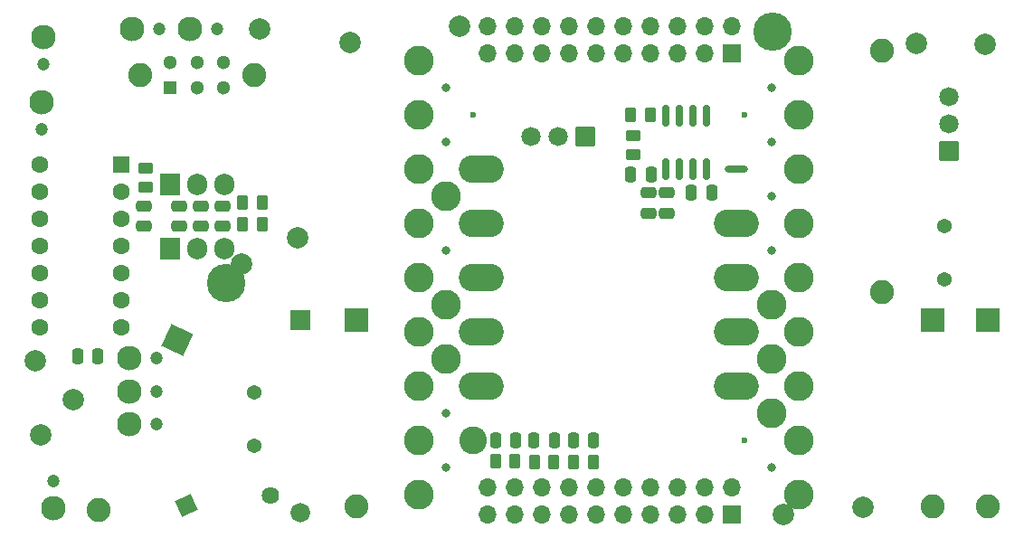
<source format=gbs>
%TF.GenerationSoftware,KiCad,Pcbnew,9.0.7*%
%TF.CreationDate,2026-02-20T12:59:29-06:00*%
%TF.ProjectId,Lab2_starter,4c616232-5f73-4746-9172-7465722e6b69,rev?*%
%TF.SameCoordinates,Original*%
%TF.FileFunction,Soldermask,Bot*%
%TF.FilePolarity,Negative*%
%FSLAX46Y46*%
G04 Gerber Fmt 4.6, Leading zero omitted, Abs format (unit mm)*
G04 Created by KiCad (PCBNEW 9.0.7) date 2026-02-20 12:59:29*
%MOMM*%
%LPD*%
G01*
G04 APERTURE LIST*
G04 Aperture macros list*
%AMRoundRect*
0 Rectangle with rounded corners*
0 $1 Rounding radius*
0 $2 $3 $4 $5 $6 $7 $8 $9 X,Y pos of 4 corners*
0 Add a 4 corners polygon primitive as box body*
4,1,4,$2,$3,$4,$5,$6,$7,$8,$9,$2,$3,0*
0 Add four circle primitives for the rounded corners*
1,1,$1+$1,$2,$3*
1,1,$1+$1,$4,$5*
1,1,$1+$1,$6,$7*
1,1,$1+$1,$8,$9*
0 Add four rect primitives between the rounded corners*
20,1,$1+$1,$2,$3,$4,$5,0*
20,1,$1+$1,$4,$5,$6,$7,0*
20,1,$1+$1,$6,$7,$8,$9,0*
20,1,$1+$1,$8,$9,$2,$3,0*%
%AMRotRect*
0 Rectangle, with rotation*
0 The origin of the aperture is its center*
0 $1 length*
0 $2 width*
0 $3 Rotation angle, in degrees counterclockwise*
0 Add horizontal line*
21,1,$1,$2,0,0,$3*%
G04 Aperture macros list end*
%ADD10R,1.700000X1.700000*%
%ADD11O,1.700000X1.700000*%
%ADD12C,2.300000*%
%ADD13C,1.200000*%
%ADD14C,3.600000*%
%ADD15RotRect,1.625600X1.625600X25.000000*%
%ADD16C,1.625600*%
%ADD17R,1.828800X1.828800*%
%ADD18C,1.828800*%
%ADD19R,1.905000X2.000000*%
%ADD20O,1.905000X2.000000*%
%ADD21R,2.250000X2.250000*%
%ADD22C,2.250000*%
%ADD23C,2.000000*%
%ADD24C,2.800000*%
%ADD25C,0.800000*%
%ADD26C,2.600000*%
%ADD27C,0.600000*%
%ADD28O,4.200000X2.600000*%
%ADD29O,2.200000X0.600000*%
%ADD30RoundRect,0.102000X0.802500X-0.802500X0.802500X0.802500X-0.802500X0.802500X-0.802500X-0.802500X0*%
%ADD31C,1.809000*%
%ADD32R,1.300000X1.300000*%
%ADD33C,1.300000*%
%ADD34C,1.371600*%
%ADD35RoundRect,0.250000X-0.450000X0.262500X-0.450000X-0.262500X0.450000X-0.262500X0.450000X0.262500X0*%
%ADD36RoundRect,0.250000X0.250000X0.475000X-0.250000X0.475000X-0.250000X-0.475000X0.250000X-0.475000X0*%
%ADD37RoundRect,0.250000X0.475000X-0.250000X0.475000X0.250000X-0.475000X0.250000X-0.475000X-0.250000X0*%
%ADD38RoundRect,0.250000X0.550000X0.550000X-0.550000X0.550000X-0.550000X-0.550000X0.550000X-0.550000X0*%
%ADD39C,1.600000*%
%ADD40RoundRect,0.250000X-0.262500X-0.450000X0.262500X-0.450000X0.262500X0.450000X-0.262500X0.450000X0*%
%ADD41RotRect,2.250000X2.250000X245.000000*%
%ADD42RoundRect,0.250000X-0.250000X-0.475000X0.250000X-0.475000X0.250000X0.475000X-0.250000X0.475000X0*%
%ADD43RoundRect,0.250000X0.262500X0.450000X-0.262500X0.450000X-0.262500X-0.450000X0.262500X-0.450000X0*%
%ADD44RoundRect,0.250000X-0.475000X0.250000X-0.475000X-0.250000X0.475000X-0.250000X0.475000X0.250000X0*%
%ADD45RoundRect,0.150000X-0.150000X0.825000X-0.150000X-0.825000X0.150000X-0.825000X0.150000X0.825000X0*%
%ADD46RoundRect,0.102000X0.802500X0.802500X-0.802500X0.802500X-0.802500X-0.802500X0.802500X-0.802500X0*%
G04 APERTURE END LIST*
D10*
%TO.C,U3*%
X87524600Y-95351600D03*
D11*
X84984600Y-95351600D03*
X82444600Y-95351600D03*
X79904600Y-95351600D03*
X77364600Y-95351600D03*
X74824600Y-95351600D03*
X72284600Y-95351600D03*
X69744600Y-95351600D03*
X67204600Y-95351600D03*
X64664600Y-95351600D03*
X64664600Y-135991600D03*
X67204600Y-135991600D03*
X69744600Y-135991600D03*
X72284600Y-135991600D03*
X74824600Y-135991600D03*
X77364600Y-135991600D03*
X79904600Y-135991600D03*
X82444600Y-135991600D03*
X84984600Y-135991600D03*
X87524600Y-135991600D03*
X87524600Y-92811600D03*
X84984600Y-92811600D03*
X82444600Y-92811600D03*
X79904600Y-92811600D03*
X77364600Y-92811600D03*
X74824600Y-92811600D03*
X72284600Y-92811600D03*
X69744600Y-92811600D03*
X67204600Y-92811600D03*
X64664600Y-92811600D03*
X64664600Y-138531600D03*
X67204600Y-138531600D03*
X69744600Y-138531600D03*
X72284600Y-138531600D03*
X74824600Y-138531600D03*
X77364600Y-138531600D03*
X79904600Y-138531600D03*
X82444600Y-138531600D03*
X84984600Y-138531600D03*
D10*
X87524600Y-138531600D03*
%TD*%
D12*
%TO.C,Vout sens*%
X36855400Y-93065600D03*
D13*
X39395400Y-93065600D03*
%TD*%
D14*
%TO.C,J5*%
X40208200Y-116865400D03*
%TD*%
D15*
%TO.C,RV1*%
X36525200Y-137668000D03*
D16*
X44379054Y-136764133D03*
%TD*%
D12*
%TO.C,Vout*%
X24104600Y-137947400D03*
D13*
X24104600Y-135407400D03*
%TD*%
D17*
%TO.C,D1*%
X47167800Y-120294400D03*
D18*
X47167800Y-138353800D03*
%TD*%
D19*
%TO.C,Q1*%
X34960000Y-107616105D03*
D20*
X37500000Y-107616105D03*
X40040000Y-107616105D03*
%TD*%
D21*
%TO.C,J1*%
X106324400Y-120282000D03*
D22*
X106324400Y-137782000D03*
%TD*%
D19*
%TO.C,Q2*%
X34960000Y-113616105D03*
D20*
X37500000Y-113616105D03*
X40040000Y-113616105D03*
%TD*%
D23*
%TO.C,GND*%
X111277400Y-94462600D03*
%TD*%
D14*
%TO.C,J6*%
X91338400Y-93319600D03*
%TD*%
D12*
%TO.C,I_L*%
X31165800Y-130048000D03*
D13*
X33705800Y-130048000D03*
%TD*%
D12*
%TO.C,Vin_sens*%
X31165800Y-126974600D03*
D13*
X33705800Y-126974600D03*
%TD*%
D12*
%TO.C,Vsw*%
X31165799Y-123850400D03*
D13*
X33705801Y-123850400D03*
%TD*%
D24*
%TO.C,LB1*%
X58293000Y-136601200D03*
X93853000Y-136601200D03*
D25*
X60833000Y-134061200D03*
X91313000Y-134061200D03*
D24*
X58293000Y-131521200D03*
D26*
X63373000Y-131521200D03*
D27*
X88773000Y-131521200D03*
D24*
X93853000Y-131521200D03*
D25*
X60833000Y-128981200D03*
D24*
X91313000Y-128981200D03*
X58293000Y-126441200D03*
D28*
X64135000Y-126441200D03*
X88011000Y-126441200D03*
D24*
X93853000Y-126441200D03*
X60833000Y-123901200D03*
X91313000Y-123901200D03*
X58293000Y-121361200D03*
D28*
X64135000Y-121361200D03*
X88011000Y-121361200D03*
D24*
X93853000Y-121361200D03*
X60833000Y-118821200D03*
X91313000Y-118821200D03*
X58293000Y-116281200D03*
D28*
X64135000Y-116281200D03*
X88011000Y-116281200D03*
D24*
X93853000Y-116281200D03*
D25*
X60833000Y-113741200D03*
X91313000Y-113741200D03*
D24*
X58293000Y-111201200D03*
D28*
X64135000Y-111201200D03*
X88011000Y-111201200D03*
D24*
X93853000Y-111201200D03*
X60833000Y-108661200D03*
D25*
X91313000Y-108661200D03*
D24*
X58293000Y-106121200D03*
D28*
X64135000Y-106121200D03*
D29*
X88011000Y-106121200D03*
D24*
X93853000Y-106121200D03*
D25*
X60833000Y-103581200D03*
X91313000Y-103581200D03*
D24*
X58293000Y-101041200D03*
D27*
X63373000Y-101041200D03*
X88773000Y-101041200D03*
D24*
X93853000Y-101041200D03*
D25*
X60833000Y-98501200D03*
X91313000Y-98501200D03*
D24*
X58293000Y-95961200D03*
X93853000Y-95961200D03*
%TD*%
D23*
%TO.C,Vin*%
X104851200Y-94411800D03*
%TD*%
D30*
%TO.C,PS1*%
X107845400Y-104495600D03*
D31*
X107845400Y-101955600D03*
X107845400Y-99415600D03*
%TD*%
D12*
%TO.C,D*%
X31394398Y-93065600D03*
D13*
X33934400Y-93065600D03*
%TD*%
D23*
%TO.C,Vboot*%
X22352000Y-124124105D03*
%TD*%
%TO.C,D'*%
X22910800Y-131013200D03*
%TD*%
%TO.C,GND*%
X25958800Y-127787400D03*
%TD*%
D22*
%TO.C,SW1*%
X32150000Y-97352505D03*
X42850000Y-97352505D03*
D32*
X35000000Y-98552505D03*
D33*
X37500000Y-98552505D03*
X40000000Y-98552505D03*
X40000000Y-96152505D03*
X37500000Y-96152505D03*
X35000000Y-96152505D03*
%TD*%
D34*
%TO.C,C6*%
X107442000Y-111476150D03*
X107442000Y-116476150D03*
%TD*%
D23*
%TO.C,GND*%
X92354400Y-138506200D03*
%TD*%
%TO.C,GND*%
X51816000Y-94310200D03*
%TD*%
D35*
%TO.C,R6*%
X78308200Y-102987700D03*
X78308200Y-104812700D03*
%TD*%
D36*
%TO.C,C2*%
X79994800Y-106643400D03*
X78094800Y-106643400D03*
%TD*%
D37*
%TO.C,C9*%
X37900000Y-111516105D03*
X37900000Y-109616105D03*
%TD*%
D38*
%TO.C,U1*%
X30405000Y-105746105D03*
D39*
X30405000Y-108286105D03*
X30405000Y-110826105D03*
X30405000Y-113366105D03*
X30405000Y-115906105D03*
X30405000Y-118446105D03*
X30405000Y-120986105D03*
X22785000Y-120986105D03*
X22785000Y-118446105D03*
X22785000Y-115906105D03*
X22785000Y-113366105D03*
X22785000Y-110826105D03*
X22785000Y-108286105D03*
X22785000Y-105746105D03*
%TD*%
D23*
%TO.C,3V3*%
X43332400Y-93014800D03*
%TD*%
D22*
%TO.C,F1*%
X101600000Y-117675200D03*
X101600000Y-95075200D03*
%TD*%
D12*
%TO.C,C2D*%
X22987000Y-99867105D03*
D13*
X22987000Y-102407105D03*
%TD*%
D40*
%TO.C,R8*%
X65424100Y-133480850D03*
X67249100Y-133480850D03*
%TD*%
D23*
%TO.C,Vsw*%
X41706800Y-115087400D03*
%TD*%
D40*
%TO.C,R7*%
X69089900Y-133555200D03*
X70914900Y-133555200D03*
%TD*%
D36*
%TO.C,C14*%
X74610000Y-131572000D03*
X72710000Y-131572000D03*
%TD*%
D21*
%TO.C,J3*%
X52400200Y-120269600D03*
D22*
X52400200Y-137769600D03*
%TD*%
D41*
%TO.C,J4*%
X35676510Y-122194007D03*
D22*
X28280690Y-138054393D03*
%TD*%
D12*
%TO.C,C2D'*%
X23114000Y-93771105D03*
D13*
X23114000Y-96311105D03*
%TD*%
D42*
%TO.C,C8*%
X69052400Y-131572000D03*
X70952400Y-131572000D03*
%TD*%
D43*
%TO.C,R5*%
X79931900Y-101055400D03*
X78106900Y-101055400D03*
%TD*%
D44*
%TO.C,C20*%
X81483200Y-108370600D03*
X81483200Y-110270600D03*
%TD*%
D42*
%TO.C,C11*%
X65445600Y-131521200D03*
X67345600Y-131521200D03*
%TD*%
%TO.C,C4*%
X26307945Y-123677035D03*
X28207943Y-123677035D03*
%TD*%
D37*
%TO.C,C12*%
X39935000Y-111516105D03*
X39935000Y-109616105D03*
%TD*%
D23*
%TO.C,GND*%
X46939200Y-112598200D03*
%TD*%
D35*
%TO.C,R3*%
X32700000Y-106053605D03*
X32700000Y-107878605D03*
%TD*%
D23*
%TO.C,12V*%
X62077600Y-92811600D03*
%TD*%
D44*
%TO.C,C21*%
X79806800Y-108370600D03*
X79806800Y-110270600D03*
%TD*%
D45*
%TO.C,U2*%
X81381600Y-101171200D03*
X82651600Y-101171200D03*
X83921600Y-101171200D03*
X85191600Y-101171200D03*
X85191600Y-106121200D03*
X83921600Y-106121200D03*
X82651600Y-106121200D03*
X81381600Y-106121200D03*
%TD*%
D34*
%TO.C,C16*%
X42875200Y-127046350D03*
X42875200Y-132046350D03*
%TD*%
D43*
%TO.C,R9*%
X74572500Y-133563082D03*
X72747500Y-133563082D03*
%TD*%
%TO.C,R2*%
X43615000Y-109330105D03*
X41790000Y-109330105D03*
%TD*%
D46*
%TO.C,PS2*%
X73846900Y-103095986D03*
D31*
X71306900Y-103095986D03*
X68766900Y-103095986D03*
%TD*%
D37*
%TO.C,C19*%
X32512000Y-111516105D03*
X32512000Y-109616105D03*
%TD*%
D23*
%TO.C,Vin_Unfused*%
X99872800Y-137795000D03*
%TD*%
D42*
%TO.C,C1*%
X83784400Y-108396000D03*
X85684400Y-108396000D03*
%TD*%
D21*
%TO.C,J2*%
X111556800Y-120282000D03*
D22*
X111556800Y-137782000D03*
%TD*%
D40*
%TO.C,R1*%
X41790000Y-111362105D03*
X43615000Y-111362105D03*
%TD*%
D37*
%TO.C,C15*%
X35835000Y-111516105D03*
X35835000Y-109616105D03*
%TD*%
M02*

</source>
